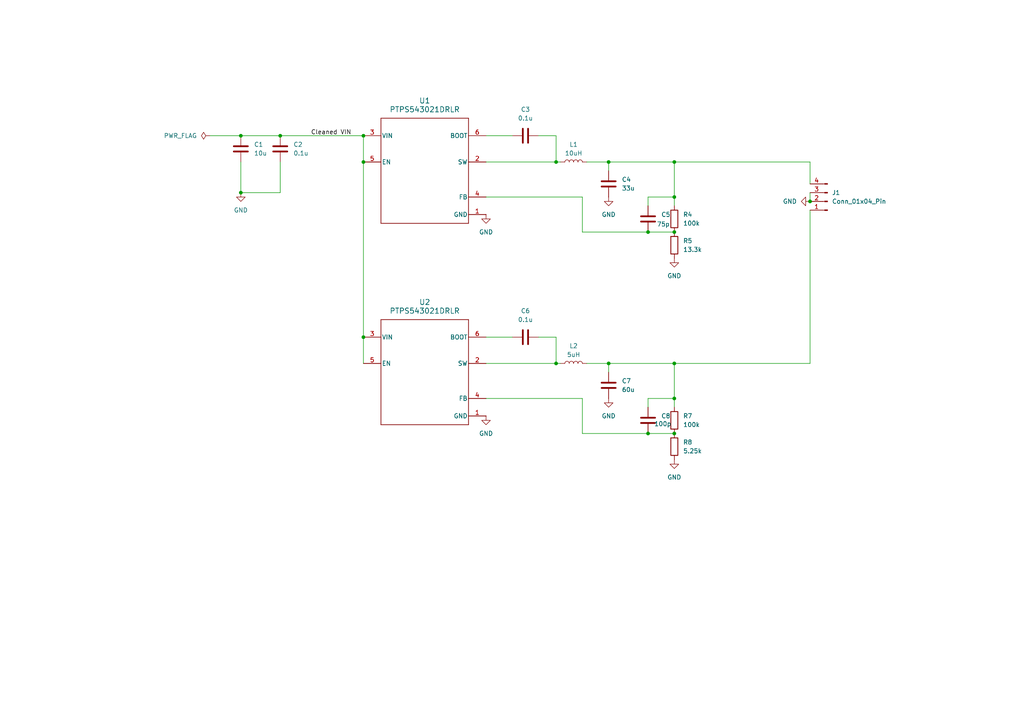
<source format=kicad_sch>
(kicad_sch (version 20250114) (generator "eeschema") (generator_version "9.0")
  (paper "A4")
  (lib_symbols
    (symbol "2026-01-09_16-29-12:PTPS543021DRLR" (pin_names (offset 0.254))
      (property "Reference" "U" (at 0 2.54 0))
      (property "Value" "PTPS543021DRLR" (at 0 0 0))
      (symbol "PTPS543021DRLR_0_1"
        (polyline (pts (xy 5.08 5.08) (xy 5.08 -25.4)) (stroke (width 0.2032)))
        (polyline (pts (xy 5.08 -25.4) (xy 30.48 -25.4)) (stroke (width 0.2032)))
        (polyline (pts (xy 30.48 5.08) (xy 5.08 5.08)) (stroke (width 0.2032)))
        (polyline (pts (xy 30.48 -25.4) (xy 30.48 5.08)) (stroke (width 0.2032)))
        (pin power_in line (at 0 0 0) (length 5.08) (name "VIN") (number "3"))
        (pin input line (at 0 -7.62 0) (length 5.08) (name "EN") (number "5"))
        (pin unspecified line (at 35.56 0 180) (length 5.08) (name "BOOT") (number "6"))
        (pin unspecified line (at 35.56 -7.62 180) (length 5.08) (name "SW") (number "2"))
        (pin unspecified line (at 35.56 -17.78 180) (length 5.08) (name "FB") (number "4"))
        (pin power_in line (at 35.56 -22.86 180) (length 5.08) (name "GND") (number "1"))
      )
    )
    (symbol "Connector:Conn_01x04_Pin" (pin_names (offset 1.016) (hide yes))
      (property "Reference" "J" (at 0 5.08 0))
      (property "Value" "Conn_01x04_Pin" (at 0 -7.62 0))
      (symbol "Conn_01x04_Pin_1_1"
        (rectangle (start 0.8636 2.667) (end 0 2.413) (stroke (width 0.1524)) (fill (type outline)))
        (rectangle (start 0.8636 0.127) (end 0 -0.127) (stroke (width 0.1524)) (fill (type outline)))
        (rectangle (start 0.8636 -2.413) (end 0 -2.667) (stroke (width 0.1524)) (fill (type outline)))
        (rectangle (start 0.8636 -4.953) (end 0 -5.207) (stroke (width 0.1524)) (fill (type outline)))
        (polyline (pts (xy 1.27 2.54) (xy 0.8636 2.54)) (stroke (width 0.1524)))
        (polyline (pts (xy 1.27 0) (xy 0.8636 0)) (stroke (width 0.1524)))
        (polyline (pts (xy 1.27 -2.54) (xy 0.8636 -2.54)) (stroke (width 0.1524)))
        (polyline (pts (xy 1.27 -5.08) (xy 0.8636 -5.08)) (stroke (width 0.1524)))
        (pin passive line (at 5.08 2.54 180) (length 3.81) (name "Pin_1") (number "1"))
        (pin passive line (at 5.08 0 180) (length 3.81) (name "Pin_2") (number "2"))
        (pin passive line (at 5.08 -2.54 180) (length 3.81) (name "Pin_3") (number "3"))
        (pin passive line (at 5.08 -5.08 180) (length 3.81) (name "Pin_4") (number "4"))
      )
    )
    (symbol "Device:C" (pin_numbers (hide yes)) (pin_names (offset 0.254))
      (property "Reference" "C" (at 0.635 2.54 0))
      (property "Value" "C" (at 0.635 -2.54 0))
      (symbol "C_0_1"
        (polyline (pts (xy -2.032 0.762) (xy 2.032 0.762)) (stroke (width 0.508)))
        (polyline (pts (xy -2.032 -0.762) (xy 2.032 -0.762)) (stroke (width 0.508)))
      )
      (symbol "C_1_1"
        (pin passive line (at 0 3.81 270) (length 2.794) (name "~") (number "1"))
        (pin passive line (at 0 -3.81 90) (length 2.794) (name "~") (number "2"))
      )
    )
    (symbol "Device:L" (pin_numbers (hide yes)) (pin_names (offset 1.016) (hide yes))
      (property "Reference" "L" (at -1.27 0 90))
      (property "Value" "L" (at 1.905 0 90))
      (symbol "L_0_1"
        (arc (start 0 2.54) (mid 0.6323 1.905) (end 0 1.27))
        (arc (start 0 1.27) (mid 0.6323 0.635) (end 0 0))
        (arc (start 0 0) (mid 0.6323 -0.635) (end 0 -1.27))
        (arc (start 0 -1.27) (mid 0.6323 -1.905) (end 0 -2.54))
      )
      (symbol "L_1_1"
        (pin passive line (at 0 3.81 270) (length 1.27) (name "1") (number "1"))
        (pin passive line (at 0 -3.81 90) (length 1.27) (name "2") (number "2"))
      )
    )
    (symbol "Device:R" (pin_numbers (hide yes)) (pin_names (offset 0))
      (property "Reference" "R" (at 2.032 0 90))
      (property "Value" "R" (at 0 0 90))
      (symbol "R_0_1"
        (rectangle (start -1.016 -2.54) (end 1.016 2.54) (stroke (width 0.254)))
      )
      (symbol "R_1_1"
        (pin passive line (at 0 3.81 270) (length 1.27) (name "~") (number "1"))
        (pin passive line (at 0 -3.81 90) (length 1.27) (name "~") (number "2"))
      )
    )
    (symbol "power:GND" (power) (pin_numbers (hide yes)) (pin_names (offset 0) (hide yes))
      (property "Value" "GND" (at 0 -3.81 0))
      (symbol "GND_0_1"
        (polyline (pts (xy 0 0) (xy 0 -1.27) (xy 1.27 -1.27) (xy 0 -2.54) (xy -1.27 -1.27) (xy 0 -1.27)))
      )
      (symbol "GND_1_1"
        (pin power_in line (at 0 0 270) (length 0) (name "~") (number "1"))
      )
    )
    (symbol "power:PWR_FLAG" (power) (pin_numbers (hide yes)) (pin_names (offset 0) (hide yes))
      (property "Value" "PWR_FLAG" (at 0 3.81 0))
      (symbol "PWR_FLAG_0_0"
        (pin power_out line (at 0 0 90) (length 0) (name "~") (number "1"))
      )
      (symbol "PWR_FLAG_0_1"
        (polyline (pts (xy 0 0) (xy 0 1.27) (xy -1.016 1.905) (xy 0 2.54) (xy 1.016 1.905) (xy 0 1.27)))
      )
    )
  )
  (junction (at 161.29 46.99))
  (junction (at 105.41 46.99))
  (junction (at 187.96 125.73))
  (junction (at 195.58 105.41))
  (junction (at 195.58 57.15))
  (junction (at 105.41 97.79))
  (junction (at 187.96 67.31))
  (junction (at 195.58 46.99))
  (junction (at 195.58 125.73))
  (junction (at 195.58 115.57))
  (junction (at 195.58 67.31))
  (junction (at 81.28 39.37))
  (junction (at 69.85 55.88))
  (junction (at 176.53 46.99))
  (junction (at 234.95 58.42))
  (junction (at 105.41 39.37))
  (junction (at 69.85 39.37))
  (junction (at 161.29 105.41))
  (junction (at 176.53 105.41))
  (wire (pts (xy 168.91 125.73) (xy 187.96 125.73)))
  (wire (pts (xy 187.96 118.11) (xy 187.96 115.57)))
  (wire (pts (xy 69.85 39.37) (xy 60.96 39.37)))
  (wire (pts (xy 234.95 60.96) (xy 234.95 105.41)))
  (wire (pts (xy 140.97 57.15) (xy 168.91 57.15)))
  (wire (pts (xy 81.28 39.37) (xy 105.41 39.37)))
  (wire (pts (xy 195.58 46.99) (xy 195.58 57.15)))
  (wire (pts (xy 176.53 46.99) (xy 195.58 46.99)))
  (wire (pts (xy 168.91 67.31) (xy 187.96 67.31)))
  (wire (pts (xy 176.53 107.95) (xy 176.53 105.41)))
  (wire (pts (xy 69.85 39.37) (xy 81.28 39.37)))
  (wire (pts (xy 156.21 39.37) (xy 161.29 39.37)))
  (wire (pts (xy 195.58 105.41) (xy 195.58 115.57)))
  (wire (pts (xy 187.96 115.57) (xy 195.58 115.57)))
  (wire (pts (xy 187.96 125.73) (xy 195.58 125.73)))
  (wire (pts (xy 81.28 46.99) (xy 81.28 55.88)))
  (wire (pts (xy 81.28 55.88) (xy 69.85 55.88)))
  (wire (pts (xy 140.97 105.41) (xy 161.29 105.41)))
  (wire (pts (xy 187.96 57.15) (xy 195.58 57.15)))
  (wire (pts (xy 176.53 105.41) (xy 195.58 105.41)))
  (wire (pts (xy 69.85 46.99) (xy 69.85 55.88)))
  (wire (pts (xy 234.95 46.99) (xy 234.95 53.34)))
  (wire (pts (xy 105.41 39.37) (xy 105.41 46.99)))
  (wire (pts (xy 140.97 46.99) (xy 161.29 46.99)))
  (wire (pts (xy 234.95 105.41) (xy 195.58 105.41)))
  (wire (pts (xy 195.58 57.15) (xy 195.58 59.69)))
  (wire (pts (xy 168.91 115.57) (xy 168.91 125.73)))
  (wire (pts (xy 105.41 97.79) (xy 105.41 105.41)))
  (wire (pts (xy 234.95 55.88) (xy 234.95 58.42)))
  (wire (pts (xy 161.29 97.79) (xy 161.29 105.41)))
  (wire (pts (xy 170.18 105.41) (xy 176.53 105.41)))
  (wire (pts (xy 176.53 49.53) (xy 176.53 46.99)))
  (wire (pts (xy 140.97 97.79) (xy 148.59 97.79)))
  (wire (pts (xy 156.21 97.79) (xy 161.29 97.79)))
  (wire (pts (xy 161.29 39.37) (xy 161.29 46.99)))
  (wire (pts (xy 161.29 105.41) (xy 162.56 105.41)))
  (wire (pts (xy 195.58 115.57) (xy 195.58 118.11)))
  (wire (pts (xy 170.18 46.99) (xy 176.53 46.99)))
  (wire (pts (xy 105.41 46.99) (xy 105.41 97.79)))
  (wire (pts (xy 161.29 46.99) (xy 162.56 46.99)))
  (wire (pts (xy 187.96 67.31) (xy 195.58 67.31)))
  (wire (pts (xy 140.97 115.57) (xy 168.91 115.57)))
  (wire (pts (xy 168.91 57.15) (xy 168.91 67.31)))
  (wire (pts (xy 195.58 46.99) (xy 234.95 46.99)))
  (wire (pts (xy 140.97 39.37) (xy 148.59 39.37)))
  (wire (pts (xy 187.96 59.69) (xy 187.96 57.15)))
  (label "Cleaned VIN" (at 90.17 39.37 0))
  (symbol (lib_id "Device:R") (at 195.58 63.5 0) (unit 1)
    (property "Reference" "R4" (at 198.12 62.2299 0) (effects (justify left)))
    (property "Value" "100k" (at 198.12 64.7699 0) (effects (justify left)))
    (property "Footprint" "Resistor_SMD:R_0603_1608Metric" (effects (hide yes)))
    (property "Description" "Resistor" (effects (hide yes)))
  )
  (symbol (lib_id "power:GND") (at 140.97 120.65 0) (unit 1)
    (property "Reference" "#PWR06" (effects (hide yes)))
    (property "Value" "GND" (at 140.97 125.73 0))
    (property "Description" "Power symbol creates a global label with name \"GND\" , ground" (effects (hide yes)))
  )
  (symbol (lib_id "Device:R") (at 195.58 129.54 0) (unit 1)
    (property "Reference" "R8" (at 198.12 128.2699 0) (effects (justify left)))
    (property "Value" "5.25k" (at 198.12 130.8099 0) (effects (justify left)))
    (property "Footprint" "Resistor_SMD:R_0603_1608Metric" (effects (hide yes)))
    (property "Description" "Resistor" (effects (hide yes)))
  )
  (symbol (lib_id "Device:C") (at 187.96 121.92 0) (unit 1)
    (property "Reference" "C8" (at 191.77 120.6499 0) (effects (justify left)))
    (property "Value" "100p" (at 189.738 122.936 0) (effects (justify left)))
    (property "Footprint" "Capacitor_SMD:C_0603_1608Metric" (effects (hide yes)))
    (property "Description" "Unpolarized capacitor" (effects (hide yes)))
  )
  (symbol (lib_id "power:GND") (at 176.53 115.57 0) (unit 1)
    (property "Reference" "#PWR07" (effects (hide yes)))
    (property "Value" "GND" (at 176.53 120.65 0))
    (property "Description" "Power symbol creates a global label with name \"GND\" , ground" (effects (hide yes)))
  )
  (symbol (lib_id "power:GND") (at 234.95 58.42 270) (unit 1)
    (property "Reference" "#PWR02" (effects (hide yes)))
    (property "Value" "GND" (at 231.14 58.4199 90) (effects (justify right)))
    (property "Description" "Power symbol creates a global label with name \"GND\" , ground" (effects (hide yes)))
  )
  (symbol (lib_id "power:GND") (at 195.58 133.35 0) (unit 1)
    (property "Reference" "#PWR08" (effects (hide yes)))
    (property "Value" "GND" (at 195.58 138.43 0))
    (property "Description" "Power symbol creates a global label with name \"GND\" , ground" (effects (hide yes)))
  )
  (symbol (lib_id "Device:R") (at 195.58 121.92 0) (unit 1)
    (property "Reference" "R7" (at 198.12 120.6499 0) (effects (justify left)))
    (property "Value" "100k" (at 198.12 123.1899 0) (effects (justify left)))
    (property "Footprint" "Resistor_SMD:R_0603_1608Metric" (effects (hide yes)))
    (property "Description" "Resistor" (effects (hide yes)))
  )
  (symbol (lib_id "Device:C") (at 152.4 39.37 90) (unit 1)
    (property "Reference" "C3" (at 152.4 31.75 90))
    (property "Value" "0.1u" (at 152.4 34.29 90))
    (property "Footprint" "Capacitor_SMD:C_0603_1608Metric" (effects (hide yes)))
    (property "Description" "Unpolarized capacitor" (effects (hide yes)))
  )
  (symbol (lib_id "power:GND") (at 195.58 74.93 0) (unit 1)
    (property "Reference" "#PWR05" (effects (hide yes)))
    (property "Value" "GND" (at 195.58 80.01 0))
    (property "Description" "Power symbol creates a global label with name \"GND\" , ground" (effects (hide yes)))
  )
  (symbol (lib_id "Connector:Conn_01x04_Pin") (at 240.03 58.42 180) (unit 1)
    (property "Reference" "J1" (at 241.3 55.8799 0) (effects (justify right)))
    (property "Value" "Conn_01x04_Pin" (at 241.3 58.4199 0) (effects (justify right)))
    (property "Footprint" "Connector_PinHeader_2.54mm:PinHeader_1x04_P2.54mm_Vertical" (effects (hide yes)))
    (property "Description" "Generic connector, single row, 01x04, script generated" (effects (hide yes)))
  )
  (symbol (lib_id "Device:C") (at 69.85 43.18 0) (unit 1)
    (property "Reference" "C1" (at 73.66 41.9099 0) (effects (justify left)))
    (property "Value" "10u" (at 73.66 44.4499 0) (effects (justify left)))
    (property "Footprint" "Capacitor_SMD:C_0603_1608Metric" (effects (hide yes)))
    (property "Description" "Unpolarized capacitor" (effects (hide yes)))
  )
  (symbol (lib_id "Device:C") (at 176.53 111.76 0) (unit 1)
    (property "Reference" "C7" (at 180.34 110.4899 0) (effects (justify left)))
    (property "Value" "60u" (at 180.34 113.0299 0) (effects (justify left)))
    (property "Footprint" "Capacitor_SMD:C_0603_1608Metric" (effects (hide yes)))
    (property "Description" "Unpolarized capacitor" (effects (hide yes)))
  )
  (symbol (lib_id "Device:C") (at 81.28 43.18 0) (unit 1)
    (property "Reference" "C2" (at 85.09 41.9099 0) (effects (justify left)))
    (property "Value" "0.1u" (at 85.09 44.4499 0) (effects (justify left)))
    (property "Footprint" "Capacitor_SMD:C_0603_1608Metric" (effects (hide yes)))
    (property "Description" "Unpolarized capacitor" (effects (hide yes)))
  )
  (symbol (lib_id "power:GND") (at 69.85 55.88 0) (unit 1)
    (property "Reference" "#PWR01" (effects (hide yes)))
    (property "Value" "GND" (at 69.85 60.96 0))
    (property "Description" "Power symbol creates a global label with name \"GND\" , ground" (effects (hide yes)))
  )
  (symbol (lib_id "Device:R") (at 195.58 71.12 0) (unit 1)
    (property "Reference" "R5" (at 198.12 69.8499 0) (effects (justify left)))
    (property "Value" "13.3k" (at 198.12 72.3899 0) (effects (justify left)))
    (property "Footprint" "Resistor_SMD:R_0603_1608Metric" (effects (hide yes)))
    (property "Description" "Resistor" (effects (hide yes)))
  )
  (symbol (lib_id "2026-01-09_16-29-12:PTPS543021DRLR") (at 105.41 39.37 0) (unit 1)
    (property "Reference" "U1" (at 123.19 29.21 0) (effects (font (size 1.524 1.524))))
    (property "Value" "PTPS543021DRLR" (at 123.19 31.75 0) (effects (font (size 1.524 1.524))))
    (property "Footprint" "footprints:DRL0006A-MFG" (effects (hide yes)))
    (property "Datasheet" "https://www.ti.com/lit/gpn/tps543021" (effects (hide yes)))
  )
  (symbol (lib_id "power:GND") (at 176.53 57.15 0) (unit 1)
    (property "Reference" "#PWR04" (effects (hide yes)))
    (property "Value" "GND" (at 176.53 62.23 0))
    (property "Description" "Power symbol creates a global label with name \"GND\" , ground" (effects (hide yes)))
  )
  (symbol (lib_id "Device:L") (at 166.37 46.99 90) (unit 1)
    (property "Reference" "L1" (at 166.37 41.91 90))
    (property "Value" "10uH" (at 166.37 44.45 90))
    (property "Footprint" "Inductor_SMD:L_0603_1608Metric" (effects (hide yes)))
    (property "Description" "Inductor" (effects (hide yes)))
  )
  (symbol (lib_id "2026-01-09_16-29-12:PTPS543021DRLR") (at 105.41 97.79 0) (unit 1)
    (property "Reference" "U2" (at 123.19 87.63 0) (effects (font (size 1.524 1.524))))
    (property "Value" "PTPS543021DRLR" (at 123.19 90.17 0) (effects (font (size 1.524 1.524))))
    (property "Footprint" "footprints:DRL0006A-MFG" (effects (hide yes)))
    (property "Datasheet" "https://www.ti.com/lit/gpn/tps543021" (effects (hide yes)))
  )
  (symbol (lib_id "power:PWR_FLAG") (at 60.96 39.37 90) (unit 1)
    (property "Reference" "#FLG01" (effects (hide yes)))
    (property "Value" "PWR_FLAG" (at 57.15 39.3699 90) (effects (justify left)))
    (property "Description" "Special symbol for telling ERC where power comes from" (effects (hide yes)))
  )
  (symbol (lib_id "Device:L") (at 166.37 105.41 90) (unit 1)
    (property "Reference" "L2" (at 166.37 100.33 90))
    (property "Value" "5uH" (at 166.37 102.87 90))
    (property "Footprint" "Inductor_SMD:L_0603_1608Metric" (effects (hide yes)))
    (property "Description" "Inductor" (effects (hide yes)))
  )
  (symbol (lib_id "Device:C") (at 176.53 53.34 0) (unit 1)
    (property "Reference" "C4" (at 180.34 52.0699 0) (effects (justify left)))
    (property "Value" "33u" (at 180.34 54.6099 0) (effects (justify left)))
    (property "Footprint" "Capacitor_SMD:C_0603_1608Metric" (effects (hide yes)))
    (property "Description" "Unpolarized capacitor" (effects (hide yes)))
  )
  (symbol (lib_id "power:GND") (at 140.97 62.23 0) (unit 1)
    (property "Reference" "#PWR03" (effects (hide yes)))
    (property "Value" "GND" (at 140.97 67.31 0))
    (property "Description" "Power symbol creates a global label with name \"GND\" , ground" (effects (hide yes)))
  )
  (symbol (lib_id "Device:C") (at 152.4 97.79 90) (unit 1)
    (property "Reference" "C6" (at 152.4 90.17 90))
    (property "Value" "0.1u" (at 152.4 92.71 90))
    (property "Footprint" "Capacitor_SMD:C_0603_1608Metric" (effects (hide yes)))
    (property "Description" "Unpolarized capacitor" (effects (hide yes)))
  )
  (symbol (lib_id "Device:C") (at 187.96 63.5 0) (unit 1)
    (property "Reference" "C5" (at 191.77 62.2299 0) (effects (justify left)))
    (property "Value" "75p" (at 190.5 65.024 0) (effects (justify left)))
    (property "Footprint" "Capacitor_SMD:C_0603_1608Metric" (effects (hide yes)))
    (property "Description" "Unpolarized capacitor" (effects (hide yes)))
  )
)
</source>
